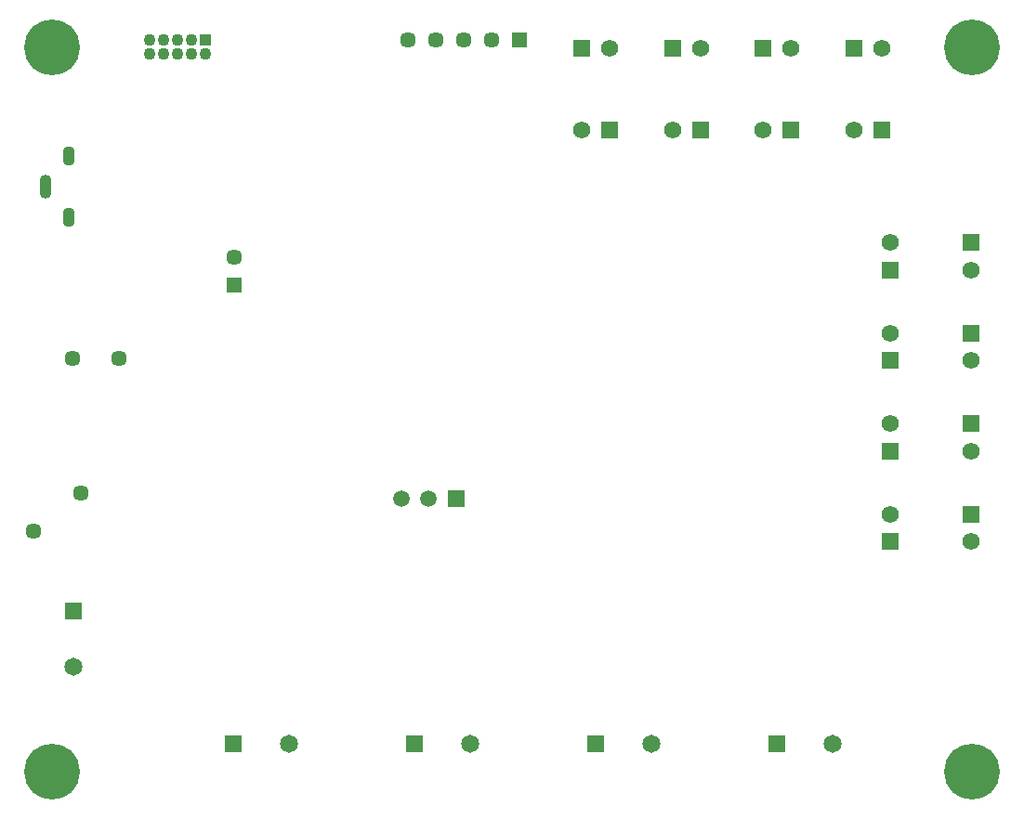
<source format=gbr>
%TF.GenerationSoftware,Altium Limited,Altium Designer,24.2.2 (26)*%
G04 Layer_Color=255*
%FSLAX45Y45*%
%MOMM*%
%TF.SameCoordinates,A4C595DC-B1F2-44DB-B2EC-003EFFDD1F8B*%
%TF.FilePolarity,Positive*%
%TF.FileFunction,Pads,Bot*%
%TF.Part,Single*%
G01*
G75*
%TA.AperFunction,ComponentPad*%
%ADD43C,1.10000*%
%ADD44R,1.10000X1.10000*%
%ADD45C,1.57500*%
%ADD46R,1.57500X1.57500*%
%ADD47C,1.65000*%
%ADD48R,1.65000X1.65000*%
%ADD49R,1.50800X1.50800*%
%ADD50C,1.50800*%
%ADD51C,1.45000*%
%ADD52R,1.45000X1.45000*%
%ADD53O,1.10000X1.80000*%
%ADD54O,1.10000X2.20000*%
%TA.AperFunction,ViaPad*%
%ADD55C,5.08000*%
%TA.AperFunction,ComponentPad*%
%ADD56R,1.57500X1.57500*%
%ADD57R,1.45000X1.45000*%
%ADD58R,1.65000X1.65000*%
D43*
X7366000Y11366500D02*
D03*
Y11493500D02*
D03*
X7493000Y11366500D02*
D03*
Y11493500D02*
D03*
X7620000Y11366500D02*
D03*
Y11493500D02*
D03*
X7747000Y11366500D02*
D03*
Y11493500D02*
D03*
X7874000Y11366500D02*
D03*
D44*
Y11493500D02*
D03*
D45*
X14108000Y8824500D02*
D03*
Y9650000D02*
D03*
Y7999000D02*
D03*
X13781500Y10679000D02*
D03*
X14031500Y11419000D02*
D03*
X11305000Y10679000D02*
D03*
X14848000Y9400000D02*
D03*
Y8574500D02*
D03*
Y7749000D02*
D03*
X14108000Y7173500D02*
D03*
X14848000Y6923500D02*
D03*
X11555000Y11419000D02*
D03*
X12130500Y10679000D02*
D03*
X12380500Y11419000D02*
D03*
X12956000Y10679000D02*
D03*
X13206000Y11419000D02*
D03*
D46*
X14108000Y8574500D02*
D03*
Y9400000D02*
D03*
Y7749000D02*
D03*
X14848000Y9650000D02*
D03*
Y8824500D02*
D03*
Y7999000D02*
D03*
X14108000Y6923500D02*
D03*
X14848000Y7173500D02*
D03*
D47*
X10287000Y5080000D02*
D03*
X13589000D02*
D03*
X8636000D02*
D03*
X11938000D02*
D03*
X6667500Y5778500D02*
D03*
D48*
X9779000Y5080000D02*
D03*
X13081000D02*
D03*
X8128000D02*
D03*
X11430000D02*
D03*
D49*
X10156000Y7313500D02*
D03*
D50*
X9906000D02*
D03*
X9656000D02*
D03*
D51*
X8130540Y9512300D02*
D03*
X6301740Y7015480D02*
D03*
X9715500Y11493500D02*
D03*
X9969500D02*
D03*
X10223500D02*
D03*
X10477500D02*
D03*
X6736080Y7366000D02*
D03*
X6662420Y8592820D02*
D03*
X7081520D02*
D03*
D52*
X8130540Y9258300D02*
D03*
D53*
X6628500Y10440000D02*
D03*
Y9880000D02*
D03*
D54*
X6413500Y10160000D02*
D03*
D55*
X14859000Y4826000D02*
D03*
Y11430000D02*
D03*
X6477000Y4826000D02*
D03*
Y11430000D02*
D03*
D56*
X14031500Y10679000D02*
D03*
X13781500Y11419000D02*
D03*
X11555000Y10679000D02*
D03*
X11305000Y11419000D02*
D03*
X12380500Y10679000D02*
D03*
X12130500Y11419000D02*
D03*
X13206000Y10679000D02*
D03*
X12956000Y11419000D02*
D03*
D57*
X10731500Y11493500D02*
D03*
D58*
X6667500Y6286500D02*
D03*
%TF.MD5,47ea856b5457a857eb8d072c692736a4*%
M02*

</source>
